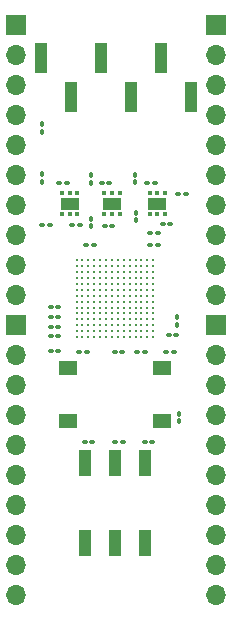
<source format=gbr>
%TF.GenerationSoftware,KiCad,Pcbnew,8.0.1*%
%TF.CreationDate,2024-10-17T14:11:07-05:00*%
%TF.ProjectId,sip-board,7369702d-626f-4617-9264-2e6b69636164,rev?*%
%TF.SameCoordinates,Original*%
%TF.FileFunction,Soldermask,Top*%
%TF.FilePolarity,Negative*%
%FSLAX46Y46*%
G04 Gerber Fmt 4.6, Leading zero omitted, Abs format (unit mm)*
G04 Created by KiCad (PCBNEW 8.0.1) date 2024-10-17 14:11:07*
%MOMM*%
%LPD*%
G01*
G04 APERTURE LIST*
G04 Aperture macros list*
%AMRoundRect*
0 Rectangle with rounded corners*
0 $1 Rounding radius*
0 $2 $3 $4 $5 $6 $7 $8 $9 X,Y pos of 4 corners*
0 Add a 4 corners polygon primitive as box body*
4,1,4,$2,$3,$4,$5,$6,$7,$8,$9,$2,$3,0*
0 Add four circle primitives for the rounded corners*
1,1,$1+$1,$2,$3*
1,1,$1+$1,$4,$5*
1,1,$1+$1,$6,$7*
1,1,$1+$1,$8,$9*
0 Add four rect primitives between the rounded corners*
20,1,$1+$1,$2,$3,$4,$5,0*
20,1,$1+$1,$4,$5,$6,$7,0*
20,1,$1+$1,$6,$7,$8,$9,0*
20,1,$1+$1,$8,$9,$2,$3,0*%
G04 Aperture macros list end*
%ADD10RoundRect,0.100000X-0.130000X-0.100000X0.130000X-0.100000X0.130000X0.100000X-0.130000X0.100000X0*%
%ADD11RoundRect,0.100000X0.130000X0.100000X-0.130000X0.100000X-0.130000X-0.100000X0.130000X-0.100000X0*%
%ADD12RoundRect,0.093750X0.106250X-0.093750X0.106250X0.093750X-0.106250X0.093750X-0.106250X-0.093750X0*%
%ADD13R,1.600000X1.000000*%
%ADD14RoundRect,0.100000X0.100000X-0.130000X0.100000X0.130000X-0.100000X0.130000X-0.100000X-0.130000X0*%
%ADD15RoundRect,0.100000X-0.100000X0.130000X-0.100000X-0.130000X0.100000X-0.130000X0.100000X0.130000X0*%
%ADD16R,1.700000X1.700000*%
%ADD17O,1.700000X1.700000*%
%ADD18R,1.120000X2.160000*%
%ADD19R,1.000000X2.510000*%
%ADD20C,0.290000*%
%ADD21R,1.550000X1.300000*%
G04 APERTURE END LIST*
D10*
%TO.C,C6*%
X141810000Y-96340000D03*
X142450000Y-96340000D03*
%TD*%
%TO.C,R1*%
X147950000Y-114750000D03*
X148590000Y-114750000D03*
%TD*%
D11*
%TO.C,INIT*%
X140625000Y-103310000D03*
X139985000Y-103310000D03*
%TD*%
D12*
%TO.C,U2*%
X148350000Y-95447500D03*
X149000000Y-95447500D03*
X149650000Y-95447500D03*
X149650000Y-93672500D03*
X149000000Y-93672500D03*
X148350000Y-93672500D03*
D13*
X149000000Y-94560000D03*
%TD*%
D10*
%TO.C,R15*%
X150755000Y-93710000D03*
X151395000Y-93710000D03*
%TD*%
D12*
%TO.C,U1*%
X144520000Y-95437500D03*
X145170000Y-95437500D03*
X145820000Y-95437500D03*
X145820000Y-93662500D03*
X145170000Y-93662500D03*
X144520000Y-93662500D03*
D13*
X145170000Y-94550000D03*
%TD*%
D14*
%TO.C,C11*%
X150870000Y-112970000D03*
X150870000Y-112330000D03*
%TD*%
D11*
%TO.C,C3*%
X148770000Y-92790000D03*
X148130000Y-92790000D03*
%TD*%
%TO.C,C37*%
X140615000Y-105010000D03*
X139975000Y-105010000D03*
%TD*%
%TO.C,C2*%
X144950000Y-92800000D03*
X144310000Y-92800000D03*
%TD*%
D10*
%TO.C,R3*%
X142860000Y-114750000D03*
X143500000Y-114750000D03*
%TD*%
D15*
%TO.C,DONE*%
X150630000Y-104175000D03*
X150630000Y-104815000D03*
%TD*%
D16*
%TO.C,J5*%
X153970000Y-104800000D03*
D17*
X153970000Y-107340000D03*
X153970000Y-109880000D03*
X153970000Y-112420000D03*
X153970000Y-114960000D03*
X153970000Y-117500000D03*
X153970000Y-120040000D03*
X153970000Y-122580000D03*
X153970000Y-125120000D03*
X153970000Y-127660000D03*
%TD*%
D10*
%TO.C,C27*%
X148380000Y-98050000D03*
X149020000Y-98050000D03*
%TD*%
D11*
%TO.C,C16*%
X143050000Y-107080000D03*
X142410000Y-107080000D03*
%TD*%
D10*
%TO.C,C4*%
X144550000Y-96470000D03*
X145190000Y-96470000D03*
%TD*%
D15*
%TO.C,R19*%
X143400000Y-95830000D03*
X143400000Y-96470000D03*
%TD*%
D11*
%TO.C,C36*%
X140620000Y-105780000D03*
X139980000Y-105780000D03*
%TD*%
D16*
%TO.C,J3*%
X137000000Y-104840000D03*
D17*
X137000000Y-107380000D03*
X137000000Y-109920000D03*
X137000000Y-112460000D03*
X137000000Y-115000000D03*
X137000000Y-117540000D03*
X137000000Y-120080000D03*
X137000000Y-122620000D03*
X137000000Y-125160000D03*
X137000000Y-127700000D03*
%TD*%
D15*
%TO.C,D3*%
X139220000Y-92045000D03*
X139220000Y-92685000D03*
%TD*%
D10*
%TO.C,R16*%
X139980000Y-104130000D03*
X140620000Y-104130000D03*
%TD*%
%TO.C,R2*%
X145415000Y-114750000D03*
X146055000Y-114750000D03*
%TD*%
D12*
%TO.C,U3*%
X140930000Y-95447500D03*
X141580000Y-95447500D03*
X142230000Y-95447500D03*
X142230000Y-93672500D03*
X141580000Y-93672500D03*
X140930000Y-93672500D03*
D13*
X141580000Y-94560000D03*
%TD*%
D10*
%TO.C,C29*%
X148380000Y-97070000D03*
X149020000Y-97070000D03*
%TD*%
D18*
%TO.C,CFG*%
X142870000Y-123240000D03*
X145410000Y-123240000D03*
X147950000Y-123240000D03*
X147950000Y-116510000D03*
X145410000Y-116510000D03*
X142870000Y-116510000D03*
%TD*%
D16*
%TO.C,J2*%
X137000000Y-79405000D03*
D17*
X137000000Y-81945000D03*
X137000000Y-84485000D03*
X137000000Y-87025000D03*
X137000000Y-89565000D03*
X137000000Y-92105000D03*
X137000000Y-94645000D03*
X137000000Y-97185000D03*
X137000000Y-99725000D03*
X137000000Y-102265000D03*
%TD*%
D11*
%TO.C,C1*%
X141350000Y-92810000D03*
X140710000Y-92810000D03*
%TD*%
D10*
%TO.C,C17*%
X149760000Y-107080000D03*
X150400000Y-107080000D03*
%TD*%
D15*
%TO.C,D4*%
X143410000Y-92145000D03*
X143410000Y-92785000D03*
%TD*%
D19*
%TO.C,J1*%
X139160000Y-82220000D03*
X141700000Y-85530000D03*
X144240000Y-82220000D03*
X146780000Y-85530000D03*
X149320000Y-82220000D03*
X151860000Y-85530000D03*
%TD*%
D16*
%TO.C,J4*%
X153940000Y-79400000D03*
D17*
X153940000Y-81940000D03*
X153940000Y-84480000D03*
X153940000Y-87020000D03*
X153940000Y-89560000D03*
X153940000Y-92100000D03*
X153940000Y-94640000D03*
X153940000Y-97180000D03*
X153940000Y-99720000D03*
X153940000Y-102260000D03*
%TD*%
D10*
%TO.C,R17*%
X149985000Y-105670000D03*
X150625000Y-105670000D03*
%TD*%
D11*
%TO.C,C19*%
X140620000Y-107060000D03*
X139980000Y-107060000D03*
%TD*%
D10*
%TO.C,C18*%
X147295000Y-107080000D03*
X147935000Y-107080000D03*
%TD*%
%TO.C,C5*%
X149450000Y-96310000D03*
X150090000Y-96310000D03*
%TD*%
D20*
%TO.C,IC1*%
X142160000Y-99350000D03*
X142660000Y-99350000D03*
X143160000Y-99350000D03*
X143660000Y-99350000D03*
X144160000Y-99350000D03*
X144660000Y-99350000D03*
X145160000Y-99350000D03*
X145660000Y-99350000D03*
X146160000Y-99350000D03*
X146660000Y-99350000D03*
X147160000Y-99350000D03*
X147660000Y-99350000D03*
X148160000Y-99350000D03*
X148660000Y-99350000D03*
X142160000Y-99850000D03*
X142660000Y-99850000D03*
X143160000Y-99850000D03*
X143660000Y-99850000D03*
X144160000Y-99850000D03*
X144660000Y-99850000D03*
X145160000Y-99850000D03*
X145660000Y-99850000D03*
X146160000Y-99850000D03*
X146660000Y-99850000D03*
X147160000Y-99850000D03*
X147660000Y-99850000D03*
X148160000Y-99850000D03*
X148660000Y-99850000D03*
X142160000Y-100350000D03*
X142660000Y-100350000D03*
X143160000Y-100350000D03*
X143660000Y-100350000D03*
X144160000Y-100350000D03*
X144660000Y-100350000D03*
X145160000Y-100350000D03*
X145660000Y-100350000D03*
X146160000Y-100350000D03*
X146660000Y-100350000D03*
X147160000Y-100350000D03*
X147660000Y-100350000D03*
X148160000Y-100350000D03*
X148660000Y-100350000D03*
X142160000Y-100850000D03*
X142660000Y-100850000D03*
X143160000Y-100850000D03*
X143660000Y-100850000D03*
X144160000Y-100850000D03*
X144660000Y-100850000D03*
X145160000Y-100850000D03*
X145660000Y-100850000D03*
X146160000Y-100850000D03*
X146660000Y-100850000D03*
X147160000Y-100850000D03*
X147660000Y-100850000D03*
X148160000Y-100850000D03*
X148660000Y-100850000D03*
X142160000Y-101350000D03*
X142660000Y-101350000D03*
X143160000Y-101350000D03*
X143660000Y-101350000D03*
X144160000Y-101350000D03*
X144660000Y-101350000D03*
X145160000Y-101350000D03*
X145660000Y-101350000D03*
X146160000Y-101350000D03*
X146660000Y-101350000D03*
X147160000Y-101350000D03*
X147660000Y-101350000D03*
X148160000Y-101350000D03*
X148660000Y-101350000D03*
X142160000Y-101850000D03*
X142660000Y-101850000D03*
X143160000Y-101850000D03*
X143660000Y-101850000D03*
X144160000Y-101850000D03*
X144660000Y-101850000D03*
X145160000Y-101850000D03*
X145660000Y-101850000D03*
X146160000Y-101850000D03*
X146660000Y-101850000D03*
X147160000Y-101850000D03*
X147660000Y-101850000D03*
X148160000Y-101850000D03*
X148660000Y-101850000D03*
X142160000Y-102350000D03*
X142660000Y-102350000D03*
X143160000Y-102350000D03*
X143660000Y-102350000D03*
X144160000Y-102350000D03*
X144660000Y-102350000D03*
X145160000Y-102350000D03*
X145660000Y-102350000D03*
X146160000Y-102350000D03*
X146660000Y-102350000D03*
X147160000Y-102350000D03*
X147660000Y-102350000D03*
X148160000Y-102350000D03*
X148660000Y-102350000D03*
X142160000Y-102850000D03*
X142660000Y-102850000D03*
X143160000Y-102850000D03*
X143660000Y-102850000D03*
X144160000Y-102850000D03*
X144660000Y-102850000D03*
X145160000Y-102850000D03*
X145660000Y-102850000D03*
X146160000Y-102850000D03*
X146660000Y-102850000D03*
X147160000Y-102850000D03*
X147660000Y-102850000D03*
X148160000Y-102850000D03*
X148660000Y-102850000D03*
X142160000Y-103350000D03*
X142660000Y-103350000D03*
X143160000Y-103350000D03*
X143660000Y-103350000D03*
X144160000Y-103350000D03*
X144660000Y-103350000D03*
X145160000Y-103350000D03*
X145660000Y-103350000D03*
X146160000Y-103350000D03*
X146660000Y-103350000D03*
X147160000Y-103350000D03*
X147660000Y-103350000D03*
X148160000Y-103350000D03*
X148660000Y-103350000D03*
X142160000Y-103850000D03*
X142660000Y-103850000D03*
X143160000Y-103850000D03*
X143660000Y-103850000D03*
X144160000Y-103850000D03*
X144660000Y-103850000D03*
X145160000Y-103850000D03*
X145660000Y-103850000D03*
X146160000Y-103850000D03*
X146660000Y-103850000D03*
X147160000Y-103850000D03*
X147660000Y-103850000D03*
X148160000Y-103850000D03*
X148660000Y-103850000D03*
X142160000Y-104350000D03*
X142660000Y-104350000D03*
X143160000Y-104350000D03*
X143660000Y-104350000D03*
X144160000Y-104350000D03*
X144660000Y-104350000D03*
X145160000Y-104350000D03*
X145660000Y-104350000D03*
X146160000Y-104350000D03*
X146660000Y-104350000D03*
X147160000Y-104350000D03*
X147660000Y-104350000D03*
X148160000Y-104350000D03*
X148660000Y-104350000D03*
X142160000Y-104850000D03*
X142660000Y-104850000D03*
X143160000Y-104850000D03*
X143660000Y-104850000D03*
X144160000Y-104850000D03*
X144660000Y-104850000D03*
X145160000Y-104850000D03*
X145660000Y-104850000D03*
X146160000Y-104850000D03*
X146660000Y-104850000D03*
X147160000Y-104850000D03*
X147660000Y-104850000D03*
X148160000Y-104850000D03*
X148660000Y-104850000D03*
X142160000Y-105350000D03*
X142660000Y-105350000D03*
X143160000Y-105350000D03*
X143660000Y-105350000D03*
X144160000Y-105350000D03*
X144660000Y-105350000D03*
X145160000Y-105350000D03*
X145660000Y-105350000D03*
X146160000Y-105350000D03*
X146660000Y-105350000D03*
X147160000Y-105350000D03*
X147660000Y-105350000D03*
X148160000Y-105350000D03*
X148660000Y-105350000D03*
X142160000Y-105850000D03*
X142660000Y-105850000D03*
X143160000Y-105850000D03*
X143660000Y-105850000D03*
X144160000Y-105850000D03*
X144660000Y-105850000D03*
X145160000Y-105850000D03*
X145660000Y-105850000D03*
X146160000Y-105850000D03*
X146660000Y-105850000D03*
X147160000Y-105850000D03*
X147660000Y-105850000D03*
X148160000Y-105850000D03*
X148660000Y-105850000D03*
%TD*%
D14*
%TO.C,D1*%
X139200000Y-88465000D03*
X139200000Y-87825000D03*
%TD*%
D11*
%TO.C,R14*%
X146040000Y-107070000D03*
X145400000Y-107070000D03*
%TD*%
D15*
%TO.C,D5*%
X147150000Y-92085000D03*
X147150000Y-92725000D03*
%TD*%
%TO.C,R20*%
X147170000Y-95325000D03*
X147170000Y-95965000D03*
%TD*%
D21*
%TO.C,RST*%
X141435000Y-108460000D03*
X149385000Y-108460000D03*
X141435000Y-112960000D03*
X149385000Y-112960000D03*
%TD*%
D10*
%TO.C,R18*%
X139235000Y-96350000D03*
X139875000Y-96350000D03*
%TD*%
D11*
%TO.C,C26*%
X143630000Y-98020000D03*
X142990000Y-98020000D03*
%TD*%
M02*

</source>
